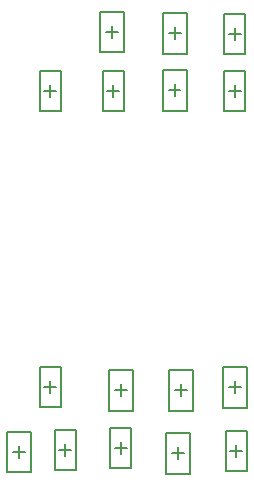
<source format=gbr>
%FSTAX23Y23*%
%MOIN*%
%SFA1B1*%

%IPPOS*%
%ADD14C,0.005905*%
%ADD18C,0.007874*%
%LNpcb1_top_courtyard-1*%
%LPD*%
G54D14*
X01419Y02155D02*
X0149D01*
X01419D02*
Y02289D01*
X0149*
Y02155D02*
Y02289D01*
X0144Y01158D02*
X01519D01*
X0144D02*
Y01292D01*
X01519*
Y01158D02*
Y01292D01*
X0163Y00948D02*
X01709D01*
X0163D02*
Y01082D01*
X01709*
Y00948D02*
Y01082D01*
X01829Y00955D02*
X019D01*
X01829D02*
Y01089D01*
X019*
Y00955D02*
Y01089D01*
X0141Y02353D02*
X01489D01*
X0141D02*
Y02487D01*
X01489*
Y02353D02*
Y02487D01*
X01824Y02345D02*
X01895D01*
X01824D02*
Y02479D01*
X01895*
Y02345D02*
Y02479D01*
X01824Y02289D02*
X01895D01*
Y02155D02*
Y02289D01*
X01824Y02155D02*
X01895D01*
X01824D02*
Y02289D01*
X0162Y02292D02*
X01699D01*
Y02158D02*
Y02292D01*
X0162Y02158D02*
X01699D01*
X0162D02*
Y02292D01*
Y02348D02*
X01699D01*
X0162D02*
Y02482D01*
X01699*
Y02348D02*
Y02482D01*
X01259Y01094D02*
X0133D01*
Y0096D02*
Y01094D01*
X01259Y0096D02*
X0133D01*
X01259D02*
Y01094D01*
X011Y00953D02*
X01179D01*
X011D02*
Y01087D01*
X01179*
Y00953D02*
Y01087D01*
X0164Y01158D02*
X01719D01*
X0164D02*
Y01292D01*
X01719*
Y01158D02*
Y01292D01*
X01444Y00965D02*
X01515D01*
X01444D02*
Y01099D01*
X01515*
Y00965D02*
Y01099D01*
X0182Y01168D02*
X01899D01*
X0182D02*
Y01302D01*
X01899*
Y01168D02*
Y01302D01*
X01209Y0117D02*
X0128D01*
X01209D02*
Y01304D01*
X0128*
Y0117D02*
Y01304D01*
X01209Y02155D02*
X0128D01*
X01209D02*
Y02289D01*
X0128*
Y02155D02*
Y02289D01*
G54D18*
X01455Y02202D02*
Y02242D01*
X01435Y02222D02*
X01474D01*
X01461Y01225D02*
X015D01*
X0148Y01205D02*
Y01245D01*
X01651Y01015D02*
X0169D01*
X0167Y00995D02*
Y01035D01*
X01865Y01002D02*
Y01042D01*
X01845Y01022D02*
X01884D01*
X01431Y0242D02*
X0147D01*
X0145Y024D02*
Y0244D01*
X0186Y02392D02*
Y02432D01*
X0184Y02412D02*
X01879D01*
X0186Y02202D02*
Y02242D01*
X0184Y02222D02*
X01879D01*
X01639Y02225D02*
X01678D01*
X01659Y02205D02*
Y02245D01*
X01641Y02415D02*
X0168D01*
X0166Y02395D02*
Y02435D01*
X01295Y01007D02*
Y01047D01*
X01275Y01027D02*
X01314D01*
X01121Y0102D02*
X0116D01*
X0114Y01D02*
Y0104D01*
X01661Y01225D02*
X017D01*
X0168Y01205D02*
Y01245D01*
X0148Y01012D02*
Y01052D01*
X0146Y01032D02*
X01499D01*
X01841Y01235D02*
X0188D01*
X0186Y01215D02*
Y01255D01*
X01245Y01217D02*
Y01257D01*
X01225Y01237D02*
X01264D01*
X01245Y02202D02*
Y02242D01*
X01225Y02222D02*
X01264D01*
M02*
</source>
